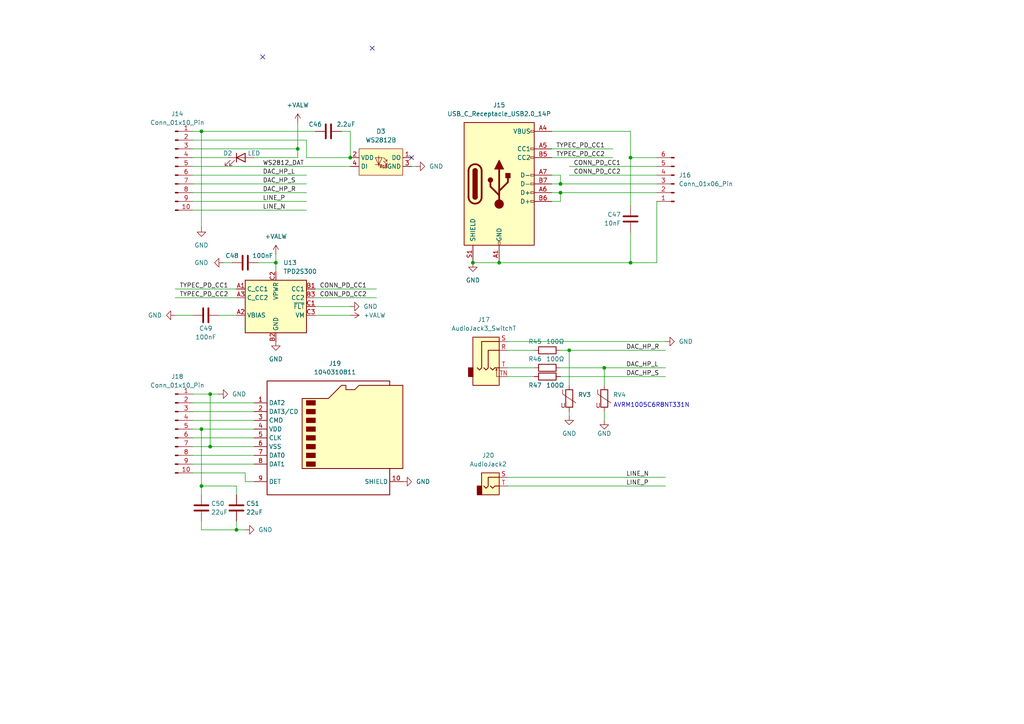
<source format=kicad_sch>
(kicad_sch (version 20250114) (generator "eeschema") (generator_version "9.0")
  (paper "A4")
  (lib_symbols
    (symbol "Connector:Conn_01x06_Pin" (pin_names (offset 1.016) (hide yes))
      (property "Reference" "J" (at 0 7.62 0))
      (property "Value" "Conn_01x06_Pin" (at 0 -10.16 0))
      (symbol "Conn_01x06_Pin_1_1"
        (rectangle (start 0.8636 5.207) (end 0 4.953) (stroke (width 0.1524)) (fill (type outline)))
        (rectangle (start 0.8636 2.667) (end 0 2.413) (stroke (width 0.1524)) (fill (type outline)))
        (rectangle (start 0.8636 0.127) (end 0 -0.127) (stroke (width 0.1524)) (fill (type outline)))
        (rectangle (start 0.8636 -2.413) (end 0 -2.667) (stroke (width 0.1524)) (fill (type outline)))
        (rectangle (start 0.8636 -4.953) (end 0 -5.207) (stroke (width 0.1524)) (fill (type outline)))
        (rectangle (start 0.8636 -7.493) (end 0 -7.747) (stroke (width 0.1524)) (fill (type outline)))
        (polyline (pts (xy 1.27 5.08) (xy 0.8636 5.08)) (stroke (width 0.1524)))
        (polyline (pts (xy 1.27 2.54) (xy 0.8636 2.54)) (stroke (width 0.1524)))
        (polyline (pts (xy 1.27 0) (xy 0.8636 0)) (stroke (width 0.1524)))
        (polyline (pts (xy 1.27 -2.54) (xy 0.8636 -2.54)) (stroke (width 0.1524)))
        (polyline (pts (xy 1.27 -5.08) (xy 0.8636 -5.08)) (stroke (width 0.1524)))
        (polyline (pts (xy 1.27 -7.62) (xy 0.8636 -7.62)) (stroke (width 0.1524)))
        (pin passive line (at 5.08 5.08 180) (length 3.81) (name "Pin_1") (number "1"))
        (pin passive line (at 5.08 2.54 180) (length 3.81) (name "Pin_2") (number "2"))
        (pin passive line (at 5.08 0 180) (length 3.81) (name "Pin_3") (number "3"))
        (pin passive line (at 5.08 -2.54 180) (length 3.81) (name "Pin_4") (number "4"))
        (pin passive line (at 5.08 -5.08 180) (length 3.81) (name "Pin_5") (number "5"))
        (pin passive line (at 5.08 -7.62 180) (length 3.81) (name "Pin_6") (number "6"))
      )
    )
    (symbol "Connector:Conn_01x10_Pin" (pin_names (offset 1.016) (hide yes))
      (property "Reference" "J" (at 0 12.7 0))
      (property "Value" "Conn_01x10_Pin" (at 0 -15.24 0))
      (symbol "Conn_01x10_Pin_1_1"
        (rectangle (start 0.8636 10.287) (end 0 10.033) (stroke (width 0.1524)) (fill (type outline)))
        (rectangle (start 0.8636 7.747) (end 0 7.493) (stroke (width 0.1524)) (fill (type outline)))
        (rectangle (start 0.8636 5.207) (end 0 4.953) (stroke (width 0.1524)) (fill (type outline)))
        (rectangle (start 0.8636 2.667) (end 0 2.413) (stroke (width 0.1524)) (fill (type outline)))
        (rectangle (start 0.8636 0.127) (end 0 -0.127) (stroke (width 0.1524)) (fill (type outline)))
        (rectangle (start 0.8636 -2.413) (end 0 -2.667) (stroke (width 0.1524)) (fill (type outline)))
        (rectangle (start 0.8636 -4.953) (end 0 -5.207) (stroke (width 0.1524)) (fill (type outline)))
        (rectangle (start 0.8636 -7.493) (end 0 -7.747) (stroke (width 0.1524)) (fill (type outline)))
        (rectangle (start 0.8636 -10.033) (end 0 -10.287) (stroke (width 0.1524)) (fill (type outline)))
        (rectangle (start 0.8636 -12.573) (end 0 -12.827) (stroke (width 0.1524)) (fill (type outline)))
        (polyline (pts (xy 1.27 10.16) (xy 0.8636 10.16)) (stroke (width 0.1524)))
        (polyline (pts (xy 1.27 7.62) (xy 0.8636 7.62)) (stroke (width 0.1524)))
        (polyline (pts (xy 1.27 5.08) (xy 0.8636 5.08)) (stroke (width 0.1524)))
        (polyline (pts (xy 1.27 2.54) (xy 0.8636 2.54)) (stroke (width 0.1524)))
        (polyline (pts (xy 1.27 0) (xy 0.8636 0)) (stroke (width 0.1524)))
        (polyline (pts (xy 1.27 -2.54) (xy 0.8636 -2.54)) (stroke (width 0.1524)))
        (polyline (pts (xy 1.27 -5.08) (xy 0.8636 -5.08)) (stroke (width 0.1524)))
        (polyline (pts (xy 1.27 -7.62) (xy 0.8636 -7.62)) (stroke (width 0.1524)))
        (polyline (pts (xy 1.27 -10.16) (xy 0.8636 -10.16)) (stroke (width 0.1524)))
        (polyline (pts (xy 1.27 -12.7) (xy 0.8636 -12.7)) (stroke (width 0.1524)))
        (pin passive line (at 5.08 10.16 180) (length 3.81) (name "Pin_1") (number "1"))
        (pin passive line (at 5.08 7.62 180) (length 3.81) (name "Pin_2") (number "2"))
        (pin passive line (at 5.08 5.08 180) (length 3.81) (name "Pin_3") (number "3"))
        (pin passive line (at 5.08 2.54 180) (length 3.81) (name "Pin_4") (number "4"))
        (pin passive line (at 5.08 0 180) (length 3.81) (name "Pin_5") (number "5"))
        (pin passive line (at 5.08 -2.54 180) (length 3.81) (name "Pin_6") (number "6"))
        (pin passive line (at 5.08 -5.08 180) (length 3.81) (name "Pin_7") (number "7"))
        (pin passive line (at 5.08 -7.62 180) (length 3.81) (name "Pin_8") (number "8"))
        (pin passive line (at 5.08 -10.16 180) (length 3.81) (name "Pin_9") (number "9"))
        (pin passive line (at 5.08 -12.7 180) (length 3.81) (name "Pin_10") (number "10"))
      )
    )
    (symbol "Connector:Micro_SD_Card_Det1"
      (property "Reference" "J" (at -16.51 17.78 0))
      (property "Value" "Micro_SD_Card_Det1" (at 16.51 17.78 0))
      (symbol "Micro_SD_Card_Det1_0_1"
        (polyline (pts (xy -8.89 -8.89) (xy -8.89 11.43) (xy -1.27 11.43) (xy 2.54 15.24) (xy 3.81 15.24) (xy 3.81 13.97) (xy 6.35 13.97) (xy 7.62 15.24) (xy 20.32 15.24) (xy 20.32 -8.89) (xy -8.89 -8.89)) (stroke (width 0.254)) (fill (type background)))
        (rectangle (start -7.62 10.795) (end -5.08 9.525) (stroke (width 0.254)) (fill (type outline)))
        (rectangle (start -7.62 8.255) (end -5.08 6.985) (stroke (width 0.254)) (fill (type outline)))
        (rectangle (start -7.62 5.715) (end -5.08 4.445) (stroke (width 0.254)) (fill (type outline)))
        (rectangle (start -7.62 3.175) (end -5.08 1.905) (stroke (width 0.254)) (fill (type outline)))
        (rectangle (start -7.62 0.635) (end -5.08 -0.635) (stroke (width 0.254)) (fill (type outline)))
        (rectangle (start -7.62 -1.905) (end -5.08 -3.175) (stroke (width 0.254)) (fill (type outline)))
        (rectangle (start -7.62 -4.445) (end -5.08 -5.715) (stroke (width 0.254)) (fill (type outline)))
        (rectangle (start -7.62 -6.985) (end -5.08 -8.255) (stroke (width 0.254)) (fill (type outline)))
        (polyline (pts (xy 16.51 15.24) (xy 16.51 16.51) (xy -19.05 16.51) (xy -19.05 -16.51) (xy 16.51 -16.51) (xy 16.51 -8.89)) (stroke (width 0.254)))
      )
      (symbol "Micro_SD_Card_Det1_1_1"
        (pin bidirectional line (at -22.86 10.16 0) (length 3.81) (name "DAT2") (number "1"))
        (pin bidirectional line (at -22.86 7.62 0) (length 3.81) (name "DAT3/CD") (number "2"))
        (pin input line (at -22.86 5.08 0) (length 3.81) (name "CMD") (number "3"))
        (pin power_in line (at -22.86 2.54 0) (length 3.81) (name "VDD") (number "4"))
        (pin input line (at -22.86 0 0) (length 3.81) (name "CLK") (number "5"))
        (pin power_in line (at -22.86 -2.54 0) (length 3.81) (name "VSS") (number "6"))
        (pin bidirectional line (at -22.86 -5.08 0) (length 3.81) (name "DAT0") (number "7"))
        (pin bidirectional line (at -22.86 -7.62 0) (length 3.81) (name "DAT1") (number "8"))
        (pin passive line (at -22.86 -12.7 0) (length 3.81) (name "DET") (number "9"))
        (pin passive line (at 20.32 -12.7 180) (length 3.81) (name "SHIELD") (number "10"))
      )
    )
    (symbol "Connector:USB_C_Receptacle_USB2.0_14P" (pin_names (offset 1.016))
      (property "Reference" "J" (at 0 22.225 0))
      (property "Value" "USB_C_Receptacle_USB2.0_14P" (at 0 19.685 0))
      (symbol "USB_C_Receptacle_USB2.0_14P_0_0"
        (rectangle (start -0.254 -17.78) (end 0.254 -16.764))
        (rectangle (start 10.16 15.494) (end 9.144 14.986))
        (rectangle (start 10.16 10.414) (end 9.144 9.906))
        (rectangle (start 10.16 7.874) (end 9.144 7.366))
        (rectangle (start 10.16 2.794) (end 9.144 2.286))
        (rectangle (start 10.16 0.254) (end 9.144 -0.254))
        (rectangle (start 10.16 -2.286) (end 9.144 -2.794))
        (rectangle (start 10.16 -4.826) (end 9.144 -5.334))
      )
      (symbol "USB_C_Receptacle_USB2.0_14P_0_1"
        (rectangle (start -10.16 17.78) (end 10.16 -17.78) (stroke (width 0.254)) (fill (type background)))
        (polyline (pts (xy -8.89 -3.81) (xy -8.89 3.81)) (stroke (width 0.508)))
        (rectangle (start -7.62 -3.81) (end -6.35 3.81) (stroke (width 0.254)) (fill (type outline)))
        (arc (start -7.62 3.81) (mid -6.985 4.4423) (end -6.35 3.81) (stroke (width 0.254)))
        (arc (start -7.62 3.81) (mid -6.985 4.4423) (end -6.35 3.81) (stroke (width 0.254)) (fill (type outline)))
        (arc (start -8.89 3.81) (mid -6.985 5.7067) (end -5.08 3.81) (stroke (width 0.508)))
        (arc (start -5.08 -3.81) (mid -6.985 -5.7067) (end -8.89 -3.81) (stroke (width 0.508)))
        (arc (start -6.35 -3.81) (mid -6.985 -4.4423) (end -7.62 -3.81) (stroke (width 0.254)))
        (arc (start -6.35 -3.81) (mid -6.985 -4.4423) (end -7.62 -3.81) (stroke (width 0.254)) (fill (type outline)))
        (polyline (pts (xy -5.08 3.81) (xy -5.08 -3.81)) (stroke (width 0.508)))
        (circle (center -2.54 1.143) (radius 0.635) (stroke (width 0.254)) (fill (type outline)))
        (polyline (pts (xy -1.27 4.318) (xy 0 6.858) (xy 1.27 4.318) (xy -1.27 4.318)) (stroke (width 0.254)) (fill (type outline)))
        (polyline (pts (xy 0 -2.032) (xy 2.54 0.508) (xy 2.54 1.778)) (stroke (width 0.508)))
        (polyline (pts (xy 0 -3.302) (xy -2.54 -0.762) (xy -2.54 0.508)) (stroke (width 0.508)))
        (polyline (pts (xy 0 -5.842) (xy 0 4.318)) (stroke (width 0.508)))
        (circle (center 0 -5.842) (radius 1.27) (fill (type outline)))
        (rectangle (start 1.905 1.778) (end 3.175 3.048) (stroke (width 0.254)) (fill (type outline)))
      )
      (symbol "USB_C_Receptacle_USB2.0_14P_1_1"
        (pin passive line (at -7.62 -22.86 90) (length 5.08) (name "SHIELD") (number "S1"))
        (pin passive line (at 0 -22.86 90) (length 5.08) (name "GND") (number "A1"))
        (pin passive line (at 0 -22.86 90) (length 5.08) (hide yes) (name "GND") (number "A12"))
        (pin passive line (at 0 -22.86 90) (length 5.08) (hide yes) (name "GND") (number "B1"))
        (pin passive line (at 0 -22.86 90) (length 5.08) (hide yes) (name "GND") (number "B12"))
        (pin passive line (at 15.24 15.24 180) (length 5.08) (name "VBUS") (number "A4"))
        (pin passive line (at 15.24 15.24 180) (length 5.08) (hide yes) (name "VBUS") (number "A9"))
        (pin passive line (at 15.24 15.24 180) (length 5.08) (hide yes) (name "VBUS") (number "B4"))
        (pin passive line (at 15.24 15.24 180) (length 5.08) (hide yes) (name "VBUS") (number "B9"))
        (pin bidirectional line (at 15.24 10.16 180) (length 5.08) (name "CC1") (number "A5"))
        (pin bidirectional line (at 15.24 7.62 180) (length 5.08) (name "CC2") (number "B5"))
        (pin bidirectional line (at 15.24 2.54 180) (length 5.08) (name "D-") (number "A7"))
        (pin bidirectional line (at 15.24 0 180) (length 5.08) (name "D-") (number "B7"))
        (pin bidirectional line (at 15.24 -2.54 180) (length 5.08) (name "D+") (number "A6"))
        (pin bidirectional line (at 15.24 -5.08 180) (length 5.08) (name "D+") (number "B6"))
      )
    )
    (symbol "Connector_Audio:AudioJack2"
      (property "Reference" "J" (at 0 8.89 0))
      (property "Value" "AudioJack2" (at 0 6.35 0))
      (symbol "AudioJack2_0_1"
        (rectangle (start -3.81 0) (end -2.54 -2.54) (stroke (width 0.254)) (fill (type outline)))
        (rectangle (start -2.54 3.81) (end 2.54 -2.54) (stroke (width 0.254)) (fill (type background)))
        (polyline (pts (xy 0 0) (xy 0.635 -0.635) (xy 1.27 0) (xy 2.54 0)) (stroke (width 0.254)))
        (polyline (pts (xy 2.54 2.54) (xy -0.635 2.54) (xy -0.635 0) (xy -1.27 -0.635) (xy -1.905 0)) (stroke (width 0.254)))
      )
      (symbol "AudioJack2_1_1"
        (pin passive line (at 5.08 2.54 180) (length 2.54) (name "~") (number "S"))
        (pin passive line (at 5.08 0 180) (length 2.54) (name "~") (number "T"))
      )
    )
    (symbol "Connector_Audio:AudioJack3_SwitchT"
      (property "Reference" "J" (at 0 8.89 0))
      (property "Value" "AudioJack3_SwitchT" (at 0 6.35 0))
      (symbol "AudioJack3_SwitchT_0_1"
        (rectangle (start -5.08 -5.08) (end -6.35 -7.62) (stroke (width 0.254)) (fill (type outline)))
        (polyline (pts (xy -1.905 -5.08) (xy -1.27 -5.715) (xy -0.635 -5.08) (xy -0.635 0) (xy 2.54 0)) (stroke (width 0.254)))
        (polyline (pts (xy 0 -5.08) (xy 0.635 -5.715) (xy 1.27 -5.08) (xy 2.54 -5.08)) (stroke (width 0.254)))
        (polyline (pts (xy 1.778 -5.334) (xy 2.032 -5.842)))
        (rectangle (start 2.54 3.81) (end -5.08 -10.16) (stroke (width 0.254)) (fill (type background)))
        (polyline (pts (xy 2.54 2.54) (xy -2.54 2.54) (xy -2.54 -5.08) (xy -3.175 -5.715) (xy -3.81 -5.08)) (stroke (width 0.254)))
        (polyline (pts (xy 2.54 -7.62) (xy 1.778 -7.62) (xy 1.778 -5.334) (xy 1.524 -5.842)))
      )
      (symbol "AudioJack3_SwitchT_1_1"
        (pin passive line (at 5.08 2.54 180) (length 2.54) (name "~") (number "S"))
        (pin passive line (at 5.08 0 180) (length 2.54) (name "~") (number "R"))
        (pin passive line (at 5.08 -5.08 180) (length 2.54) (name "~") (number "T"))
        (pin passive line (at 5.08 -7.62 180) (length 2.54) (name "~") (number "TN"))
      )
    )
    (symbol "Device:C" (pin_numbers (hide yes)) (pin_names (offset 0.254))
      (property "Reference" "C" (at 0.635 2.54 0))
      (property "Value" "C" (at 0.635 -2.54 0))
      (symbol "C_0_1"
        (polyline (pts (xy -2.032 0.762) (xy 2.032 0.762)) (stroke (width 0.508)))
        (polyline (pts (xy -2.032 -0.762) (xy 2.032 -0.762)) (stroke (width 0.508)))
      )
      (symbol "C_1_1"
        (pin passive line (at 0 3.81 270) (length 2.794) (name "~") (number "1"))
        (pin passive line (at 0 -3.81 90) (length 2.794) (name "~") (number "2"))
      )
    )
    (symbol "Device:LED" (pin_numbers (hide yes)) (pin_names (offset 1.016) (hide yes))
      (property "Reference" "D" (at 0 2.54 0))
      (property "Value" "LED" (at 0 -2.54 0))
      (symbol "LED_0_1"
        (polyline (pts (xy -3.048 -0.762) (xy -4.572 -2.286) (xy -3.81 -2.286) (xy -4.572 -2.286) (xy -4.572 -1.524)))
        (polyline (pts (xy -1.778 -0.762) (xy -3.302 -2.286) (xy -2.54 -2.286) (xy -3.302 -2.286) (xy -3.302 -1.524)))
        (polyline (pts (xy -1.27 0) (xy 1.27 0)))
        (polyline (pts (xy -1.27 -1.27) (xy -1.27 1.27)) (stroke (width 0.254)))
        (polyline (pts (xy 1.27 -1.27) (xy 1.27 1.27) (xy -1.27 0) (xy 1.27 -1.27)) (stroke (width 0.254)))
      )
      (symbol "LED_1_1"
        (pin passive line (at -3.81 0 0) (length 2.54) (name "K") (number "1"))
        (pin passive line (at 3.81 0 180) (length 2.54) (name "A") (number "2"))
      )
    )
    (symbol "Device:R" (pin_numbers (hide yes)) (pin_names (offset 0))
      (property "Reference" "R" (at 2.032 0 90))
      (property "Value" "R" (at 0 0 90))
      (symbol "R_0_1"
        (rectangle (start -1.016 -2.54) (end 1.016 2.54) (stroke (width 0.254)))
      )
      (symbol "R_1_1"
        (pin passive line (at 0 3.81 270) (length 1.27) (name "~") (number "1"))
        (pin passive line (at 0 -3.81 90) (length 1.27) (name "~") (number "2"))
      )
    )
    (symbol "Device:Varistor" (pin_numbers (hide yes)) (pin_names (offset 0))
      (property "Reference" "RV" (at 3.175 0 90))
      (property "Value" "Varistor" (at -3.175 0 90))
      (symbol "Varistor_0_0"
        (text "U" (at -1.778 -2.032 0) (effects (font (size 1.27 1.27))))
      )
      (symbol "Varistor_0_1"
        (polyline (pts (xy -1.905 2.54) (xy -1.905 1.27) (xy 1.905 -1.27)))
        (rectangle (start -1.016 -2.54) (end 1.016 2.54) (stroke (width 0.254)))
      )
      (symbol "Varistor_1_1"
        (pin passive line (at 0 3.81 270) (length 1.27) (name "~") (number "1"))
        (pin passive line (at 0 -3.81 90) (length 1.27) (name "~") (number "2"))
      )
    )
    (symbol "User:TPD2S300"
      (property "Reference" "U" (at -8.89 8.89 0))
      (property "Value" "TPD2S300" (at -8.89 6.35 0))
      (symbol "TPD2S300_0_1"
        (rectangle (start -8.89 5.08) (end 8.89 -10.16) (stroke (width 0.254)) (fill (type background)))
      )
      (symbol "TPD2S300_1_1"
        (pin input line (at -11.43 2.54 0) (length 2.54) (name "C_CC1") (number "A1"))
        (pin input line (at -11.43 0 0) (length 2.54) (name "C_CC2") (number "A3"))
        (pin passive line (at -11.43 -5.08 0) (length 2.54) (name "VBIAS") (number "A2"))
        (pin power_in line (at 0 7.62 270) (length 2.54) (name "VPWR") (number "C2"))
        (pin power_in line (at 0 -12.7 90) (length 2.54) (name "GND") (number "B2"))
        (pin output line (at 11.43 2.54 180) (length 2.54) (name "CC1") (number "B1"))
        (pin output line (at 11.43 0 180) (length 2.54) (name "CC2") (number "B3"))
        (pin open_collector line (at 11.43 -2.54 180) (length 2.54) (name "~{FLT}") (number "C1"))
        (pin input line (at 11.43 -5.08 180) (length 2.54) (name "VM") (number "C3"))
      )
    )
    (symbol "User:WS2812B"
      (property "Reference" "D" (at 0 8.89 0))
      (property "Value" "WS2812B" (at 0 6.35 0))
      (symbol "WS2812B_0_0"
        (text "RGB" (at -0.762 -1.397 0) (effects (font (size 0.762 0.762))))
      )
      (symbol "WS2812B_0_1"
        (polyline (pts (xy -1.778 0.254) (xy -1.27 0.254)))
        (polyline (pts (xy -1.778 -0.762) (xy -1.27 -0.762)))
        (polyline (pts (xy -0.762 1.27) (xy -1.778 0.254) (xy -1.778 0.762)))
        (polyline (pts (xy -0.762 0.254) (xy -1.778 -0.762) (xy -1.778 -0.254)))
        (polyline (pts (xy 0.635 1.778) (xy 0.635 -0.762) (xy 0.635 -1.27)))
        (polyline (pts (xy 1.651 1.27) (xy -0.381 1.27) (xy 0.635 -0.762) (xy 1.651 1.27)))
        (polyline (pts (xy 1.651 -0.762) (xy -0.381 -0.762)))
      )
      (symbol "WS2812B_1_0"
        (rectangle (start -6.35 3.81) (end 6.35 -3.81) (fill (type background)))
        (pin output line (at -8.89 1.27 0) (length 2.54) (name "DO") (number "1"))
        (pin power_in line (at -8.89 -1.27 0) (length 2.54) (name "GND") (number "3"))
        (pin power_in line (at 8.89 1.27 180) (length 2.54) (name "VDD") (number "2"))
        (pin input line (at 8.89 -1.27 180) (length 2.54) (name "DI") (number "4"))
      )
    )
    (symbol "power:+3V3" (power) (pin_numbers (hide yes)) (pin_names (offset 0) (hide yes))
      (property "Value" "+3V3" (at 0 3.556 0))
      (symbol "+3V3_0_1"
        (polyline (pts (xy -0.762 1.27) (xy 0 2.54)))
        (polyline (pts (xy 0 2.54) (xy 0.762 1.27)))
        (polyline (pts (xy 0 0) (xy 0 2.54)))
      )
      (symbol "+3V3_1_1"
        (pin power_in line (at 0 0 90) (length 0) (name "~") (number "1"))
      )
    )
    (symbol "power:GND" (power) (pin_numbers (hide yes)) (pin_names (offset 0) (hide yes))
      (property "Value" "GND" (at 0 -3.81 0))
      (symbol "GND_0_1"
        (polyline (pts (xy 0 0) (xy 0 -1.27) (xy 1.27 -1.27) (xy 0 -2.54) (xy -1.27 -1.27) (xy 0 -1.27)))
      )
      (symbol "GND_1_1"
        (pin power_in line (at 0 0 270) (length 0) (name "~") (number "1"))
      )
    )
  )
  (text "AVRM1005C6R8NT331N" (at 188.976 117.602 0) (effects (font (size 1.27 1.27))))
  (junction (at 58.42 140.97))
  (junction (at 165.1 101.6))
  (junction (at 86.36 43.18))
  (junction (at 58.42 38.1))
  (junction (at 175.26 106.68))
  (junction (at 144.78 76.2))
  (junction (at 182.88 45.72))
  (junction (at 80.01 76.2))
  (junction (at 182.88 76.2))
  (junction (at 162.56 53.34))
  (junction (at 101.6 45.72))
  (junction (at 60.96 114.3))
  (junction (at 60.96 129.54))
  (junction (at 58.42 124.46))
  (junction (at 137.16 76.2))
  (junction (at 68.58 153.67))
  (junction (at 162.56 55.88))
  (no_connect (at 107.95 13.97))
  (no_connect (at 119.38 45.72))
  (no_connect (at 76.2 16.51))
  (wire (pts (xy 182.88 38.1) (xy 182.88 45.72)))
  (wire (pts (xy 64.77 76.2) (xy 67.31 76.2)))
  (wire (pts (xy 55.88 58.42) (xy 88.9 58.42)))
  (wire (pts (xy 86.36 35.56) (xy 86.36 43.18)))
  (wire (pts (xy 60.96 114.3) (xy 63.5 114.3)))
  (wire (pts (xy 182.88 67.31) (xy 182.88 76.2)))
  (wire (pts (xy 160.02 50.8) (xy 162.56 50.8)))
  (wire (pts (xy 55.88 114.3) (xy 60.96 114.3)))
  (wire (pts (xy 55.88 38.1) (xy 58.42 38.1)))
  (wire (pts (xy 68.58 153.67) (xy 58.42 153.67)))
  (wire (pts (xy 55.88 121.92) (xy 73.66 121.92)))
  (wire (pts (xy 147.32 101.6) (xy 154.94 101.6)))
  (wire (pts (xy 162.56 50.8) (xy 162.56 53.34)))
  (wire (pts (xy 55.88 40.64) (xy 88.9 40.64)))
  (wire (pts (xy 101.6 38.1) (xy 101.6 45.72)))
  (wire (pts (xy 50.8 86.36) (xy 68.58 86.36)))
  (wire (pts (xy 55.88 55.88) (xy 88.9 55.88)))
  (wire (pts (xy 147.32 106.68) (xy 154.94 106.68)))
  (wire (pts (xy 91.44 86.36) (xy 109.22 86.36)))
  (wire (pts (xy 144.78 76.2) (xy 137.16 76.2)))
  (wire (pts (xy 162.56 101.6) (xy 165.1 101.6)))
  (wire (pts (xy 55.88 50.8) (xy 88.9 50.8)))
  (wire (pts (xy 55.88 43.18) (xy 86.36 43.18)))
  (wire (pts (xy 80.01 73.66) (xy 80.01 76.2)))
  (wire (pts (xy 58.42 38.1) (xy 58.42 66.04)))
  (wire (pts (xy 68.58 143.51) (xy 68.58 140.97)))
  (wire (pts (xy 50.8 91.44) (xy 55.88 91.44)))
  (wire (pts (xy 88.9 45.72) (xy 101.6 45.72)))
  (wire (pts (xy 160.02 45.72) (xy 177.8 45.72)))
  (wire (pts (xy 55.88 124.46) (xy 58.42 124.46)))
  (wire (pts (xy 68.58 140.97) (xy 58.42 140.97)))
  (wire (pts (xy 160.02 55.88) (xy 162.56 55.88)))
  (wire (pts (xy 55.88 137.16) (xy 71.12 137.16)))
  (wire (pts (xy 55.88 119.38) (xy 73.66 119.38)))
  (wire (pts (xy 182.88 45.72) (xy 182.88 59.69)))
  (wire (pts (xy 162.56 53.34) (xy 190.5 53.34)))
  (wire (pts (xy 165.1 48.26) (xy 190.5 48.26)))
  (wire (pts (xy 88.9 40.64) (xy 88.9 45.72)))
  (wire (pts (xy 63.5 91.44) (xy 68.58 91.44)))
  (wire (pts (xy 58.42 153.67) (xy 58.42 151.13)))
  (wire (pts (xy 68.58 151.13) (xy 68.58 153.67)))
  (wire (pts (xy 182.88 76.2) (xy 190.5 76.2)))
  (wire (pts (xy 165.1 120.65) (xy 165.1 119.38)))
  (wire (pts (xy 175.26 121.92) (xy 175.26 119.38)))
  (wire (pts (xy 165.1 50.8) (xy 190.5 50.8)))
  (wire (pts (xy 165.1 101.6) (xy 165.1 111.76)))
  (wire (pts (xy 68.58 153.67) (xy 71.12 153.67)))
  (wire (pts (xy 162.56 106.68) (xy 175.26 106.68)))
  (wire (pts (xy 60.96 129.54) (xy 73.66 129.54)))
  (wire (pts (xy 119.38 48.26) (xy 120.65 48.26)))
  (wire (pts (xy 73.66 45.72) (xy 86.36 45.72)))
  (wire (pts (xy 58.42 38.1) (xy 91.44 38.1)))
  (wire (pts (xy 91.44 88.9) (xy 101.6 88.9)))
  (wire (pts (xy 160.02 43.18) (xy 177.8 43.18)))
  (wire (pts (xy 58.42 140.97) (xy 58.42 124.46)))
  (wire (pts (xy 144.78 76.2) (xy 182.88 76.2)))
  (wire (pts (xy 55.88 116.84) (xy 73.66 116.84)))
  (wire (pts (xy 55.88 132.08) (xy 73.66 132.08)))
  (wire (pts (xy 71.12 139.7) (xy 73.66 139.7)))
  (wire (pts (xy 190.5 58.42) (xy 190.5 76.2)))
  (wire (pts (xy 162.56 109.22) (xy 193.04 109.22)))
  (wire (pts (xy 99.06 38.1) (xy 101.6 38.1)))
  (wire (pts (xy 147.32 140.97) (xy 193.04 140.97)))
  (wire (pts (xy 74.93 76.2) (xy 80.01 76.2)))
  (wire (pts (xy 147.32 99.06) (xy 193.04 99.06)))
  (wire (pts (xy 160.02 53.34) (xy 162.56 53.34)))
  (wire (pts (xy 58.42 140.97) (xy 58.42 143.51)))
  (wire (pts (xy 91.44 83.82) (xy 109.22 83.82)))
  (wire (pts (xy 175.26 106.68) (xy 175.26 111.76)))
  (wire (pts (xy 55.88 60.96) (xy 88.9 60.96)))
  (wire (pts (xy 60.96 114.3) (xy 60.96 129.54)))
  (wire (pts (xy 80.01 76.2) (xy 80.01 78.74)))
  (wire (pts (xy 160.02 38.1) (xy 182.88 38.1)))
  (wire (pts (xy 71.12 137.16) (xy 71.12 139.7)))
  (wire (pts (xy 147.32 109.22) (xy 154.94 109.22)))
  (wire (pts (xy 182.88 45.72) (xy 190.5 45.72)))
  (wire (pts (xy 58.42 124.46) (xy 73.66 124.46)))
  (wire (pts (xy 55.88 134.62) (xy 73.66 134.62)))
  (wire (pts (xy 55.88 127) (xy 73.66 127)))
  (wire (pts (xy 147.32 138.43) (xy 193.04 138.43)))
  (wire (pts (xy 55.88 48.26) (xy 101.6 48.26)))
  (wire (pts (xy 91.44 91.44) (xy 101.6 91.44)))
  (wire (pts (xy 162.56 55.88) (xy 190.5 55.88)))
  (wire (pts (xy 162.56 55.88) (xy 162.56 58.42)))
  (wire (pts (xy 55.88 129.54) (xy 60.96 129.54)))
  (wire (pts (xy 55.88 45.72) (xy 66.04 45.72)))
  (wire (pts (xy 175.26 106.68) (xy 193.04 106.68)))
  (wire (pts (xy 50.8 83.82) (xy 68.58 83.82)))
  (wire (pts (xy 55.88 53.34) (xy 88.9 53.34)))
  (wire (pts (xy 86.36 43.18) (xy 86.36 45.72)))
  (wire (pts (xy 162.56 58.42) (xy 160.02 58.42)))
  (wire (pts (xy 165.1 101.6) (xy 193.04 101.6)))
  (label "DAC_HP_S" (at 76.2 53.34 0))
  (label "CONN_PD_CC2" (at 166.37 50.8 0))
  (label "CONN_PD_CC1" (at 92.71 83.82 0))
  (label "TYPEC_PD_CC1" (at 161.29 43.18 0))
  (label "CONN_PD_CC1" (at 166.37 48.26 0))
  (label "DAC_HP_R" (at 76.2 55.88 0))
  (label "TYPEC_PD_CC1" (at 52.07 83.82 0))
  (label "CONN_PD_CC2" (at 92.71 86.36 0))
  (label "TYPEC_PD_CC2" (at 52.07 86.36 0))
  (label "WS2812_DAT" (at 76.2 48.26 0))
  (label "LINE_P" (at 76.2 58.42 0))
  (label "DAC_HP_R" (at 181.61 101.6 0))
  (label "LINE_N" (at 76.2 60.96 0))
  (label "LINE_P" (at 181.61 140.97 0))
  (label "DAC_HP_L" (at 76.2 50.8 0))
  (label "DAC_HP_L" (at 181.61 106.68 0))
  (label "DAC_HP_S" (at 181.61 109.22 0))
  (label "LINE_N" (at 181.61 138.43 0))
  (label "TYPEC_PD_CC2" (at 161.29 45.72 0))
  (symbol (lib_id "power:+3V3") (at 86.36 35.56 0) (unit 1)
    (property "Reference" "#PWR0143" (effects (hide yes)))
    (property "Value" "+VALW" (at 86.36 30.48 0))
    (property "Description" "Power symbol creates a global label with name \"+3V3\"" (effects (hide yes)))
  )
  (symbol (lib_id "Connector:Micro_SD_Card_Det1") (at 96.52 127 0) (unit 1)
    (property "Reference" "J19" (at 97.155 105.41 0))
    (property "Value" "1040310811" (at 97.155 107.95 0))
    (property "Footprint" "Connector_Card:microSD_HC_Molex_104031-0811" (effects (hide yes)))
    (property "Datasheet" "https://datasheet.lcsc.com/lcsc/2110151630_XKB-Connectivity-XKTF-015-N_C381082.pdf" (effects (hide yes)))
    (property "Description" "Micro SD Card Socket with one card detection pin" (effects (hide yes)))
  )
  (symbol (lib_id "User:WS2812B") (at 110.49 46.99 0) (mirror y) (unit 1)
    (property "Reference" "D3" (at 110.49 38.1 0))
    (property "Value" "WS2812B" (at 110.49 40.64 0))
    (property "Footprint" "User:LED_WS2812B-1615_SMD-4P_1.6x1.5mm" (effects (hide yes)))
    (property "Datasheet" "https://cdn-shop.adafruit.com/datasheets/WS2812B.pdf" (effects (hide yes)))
    (property "Manufacturer" "XINGLIGHT(成兴光)" (effects (hide yes)))
    (property "Supplier Part" "C41413180" (effects (hide yes)))
    (property "Supplier" "LCSC" (effects (hide yes)))
    (property "LCSC Part Name" "XL-1615RGBC-WS2812B-S" (effects (hide yes)))
  )
  (symbol (lib_id "User:TPD2S300") (at 80.01 86.36 0) (unit 1)
    (property "Reference" "U13" (at 82.1533 76.2 0) (effects (justify left)))
    (property "Value" "TPD2S300" (at 82.1533 78.74 0) (effects (justify left)))
    (property "Datasheet" "https://www.ti.com/lit/ds/symlink/tpd2s300.pdf" (effects (hide yes)))
    (property "Description" "USB Type C Short-to-VBUS and IEC ESD Protector for the CC Pins" (effects (hide yes)))
  )
  (symbol (lib_id "power:GND") (at 58.42 66.04 0) (unit 1)
    (property "Reference" "#PWR0145" (effects (hide yes)))
    (property "Value" "GND" (at 58.42 71.12 0))
    (property "Description" "Power symbol creates a global label with name \"GND\" , ground" (effects (hide yes)))
  )
  (symbol (lib_id "Device:LED") (at 69.85 45.72 0) (unit 1)
    (property "Reference" "D2" (at 66.04 44.45 0))
    (property "Value" "LED" (at 73.66 44.45 0))
    (property "Footprint" "LED_SMD:LED_0603_1608Metric" (effects (hide yes)))
    (property "Description" "Light emitting diode" (effects (hide yes)))
    (property "Sim.Pins" "1=K 2=A" (effects (hide yes)))
  )
  (symbol (lib_id "power:GND") (at 116.84 139.7 90) (unit 1)
    (property "Reference" "#PWR0157" (effects (hide yes)))
    (property "Value" "GND" (at 120.65 139.6999 90) (effects (justify right)))
    (property "Description" "Power symbol creates a global label with name \"GND\" , ground" (effects (hide yes)))
  )
  (symbol (lib_id "power:GND") (at 120.65 48.26 90) (unit 1)
    (property "Reference" "#PWR0144" (effects (hide yes)))
    (property "Value" "GND" (at 124.46 48.2599 90) (effects (justify right)))
    (property "Description" "Power symbol creates a global label with name \"GND\" , ground" (effects (hide yes)))
  )
  (symbol (lib_id "power:+3V3") (at 101.6 91.44 270) (unit 1)
    (property "Reference" "#PWR0151" (effects (hide yes)))
    (property "Value" "+VALW" (at 105.41 91.4399 90) (effects (justify left)))
    (property "Description" "Power symbol creates a global label with name \"+3V3\"" (effects (hide yes)))
  )
  (symbol (lib_id "Device:R") (at 158.75 109.22 90) (unit 1)
    (property "Reference" "R47" (at 155.194 111.76 90))
    (property "Value" "100Ω" (at 161.036 111.76 90))
    (property "Footprint" "Resistor_SMD:R_0402_1005Metric" (effects (hide yes)))
    (property "Description" "Resistor" (effects (hide yes)))
  )
  (symbol (lib_id "Connector_Audio:AudioJack3_SwitchT") (at 142.24 101.6 0) (unit 1)
    (property "Reference" "J17" (at 140.335 92.71 0))
    (property "Value" "AudioJack3_SwitchT" (at 140.335 95.25 0))
    (property "Description" "Audio Jack, 3 Poles (Stereo / TRS), Switched T Pole (Normalling)" (effects (hide yes)))
  )
  (symbol (lib_id "Connector:USB_C_Receptacle_USB2.0_14P") (at 144.78 53.34 0) (unit 1)
    (property "Reference" "J15" (at 144.78 30.48 0))
    (property "Value" "USB_C_Receptacle_USB2.0_14P" (at 144.78 33.02 0))
    (property "Datasheet" "https://www.usb.org/sites/default/files/documents/usb_type-c.zip" (effects (hide yes)))
    (property "Description" "USB 2.0-only 14P Type-C Receptacle connector" (effects (hide yes)))
  )
  (symbol (lib_id "Device:Varistor") (at 175.26 115.57 0) (unit 1)
    (property "Reference" "RV4" (at 177.8 114.4932 0) (effects (justify left)))
    (property "Value" "Varistor" (effects (hide yes)))
    (property "Footprint" "Resistor_SMD:R_0402_1005Metric" (effects (hide yes)))
    (property "Description" "Voltage dependent resistor" (effects (hide yes)))
    (property "Sim.Name" "kicad_builtin_varistor" (effects (hide yes)))
    (property "Sim.Device" "SUBCKT" (effects (hide yes)))
    (property "Sim.Pins" "1=A 2=B" (effects (hide yes)))
    (property "Sim.Params" "threshold=1k" (effects (hide yes)))
    (property "Sim.Library" "${KICAD7_SYMBOL_DIR}/Simulation_SPICE.sp" (effects (hide yes)))
  )
  (symbol (lib_id "Device:Varistor") (at 165.1 115.57 0) (unit 1)
    (property "Reference" "RV3" (at 167.64 114.4932 0) (effects (justify left)))
    (property "Value" "Varistor" (effects (hide yes)))
    (property "Footprint" "Resistor_SMD:R_0402_1005Metric" (effects (hide yes)))
    (property "Description" "Voltage dependent resistor" (effects (hide yes)))
    (property "Sim.Name" "kicad_builtin_varistor" (effects (hide yes)))
    (property "Sim.Device" "SUBCKT" (effects (hide yes)))
    (property "Sim.Pins" "1=A 2=B" (effects (hide yes)))
    (property "Sim.Params" "threshold=1k" (effects (hide yes)))
    (property "Sim.Library" "${KICAD7_SYMBOL_DIR}/Simulation_SPICE.sp" (effects (hide yes)))
  )
  (symbol (lib_id "Device:C") (at 68.58 147.32 0) (unit 1)
    (property "Reference" "C51" (at 71.374 146.05 0) (effects (justify left)))
    (property "Value" "22uF" (at 71.374 148.59 0) (effects (justify left)))
    (property "Footprint" "Capacitor_SMD:C_0603_1608Metric" (effects (hide yes)))
    (property "Description" "Unpolarized capacitor" (effects (hide yes)))
  )
  (symbol (lib_id "power:GND") (at 80.01 99.06 0) (unit 1)
    (property "Reference" "#PWR0152" (effects (hide yes)))
    (property "Value" "GND" (at 80.01 104.14 0))
    (property "Description" "Power symbol creates a global label with name \"GND\" , ground" (effects (hide yes)))
  )
  (symbol (lib_id "power:GND") (at 193.04 99.06 90) (unit 1)
    (property "Reference" "#PWR0153" (effects (hide yes)))
    (property "Value" "GND" (at 196.85 99.0599 90) (effects (justify right)))
    (property "Description" "Power symbol creates a global label with name \"GND\" , ground" (effects (hide yes)))
  )
  (symbol (lib_id "power:+3V3") (at 80.01 73.66 0) (unit 1)
    (property "Reference" "#PWR0146" (effects (hide yes)))
    (property "Value" "+VALW" (at 80.01 68.58 0))
    (property "Description" "Power symbol creates a global label with name \"+3V3\"" (effects (hide yes)))
  )
  (symbol (lib_id "power:GND") (at 101.6 88.9 90) (unit 1)
    (property "Reference" "#PWR0149" (effects (hide yes)))
    (property "Value" "GND" (at 105.41 88.8999 90) (effects (justify right)))
    (property "Description" "Power symbol creates a global label with name \"GND\" , ground" (effects (hide yes)))
  )
  (symbol (lib_id "power:GND") (at 165.1 120.65 0) (unit 1)
    (property "Reference" "#PWR0155" (effects (hide yes)))
    (property "Value" "GND" (at 165.1 125.73 0))
    (property "Description" "Power symbol creates a global label with name \"GND\" , ground" (effects (hide yes)))
  )
  (symbol (lib_id "Device:C") (at 58.42 147.32 0) (unit 1)
    (property "Reference" "C50" (at 61.214 146.05 0) (effects (justify left)))
    (property "Value" "22uF" (at 61.214 148.59 0) (effects (justify left)))
    (property "Footprint" "Capacitor_SMD:C_0603_1608Metric" (effects (hide yes)))
    (property "Description" "Unpolarized capacitor" (effects (hide yes)))
  )
  (symbol (lib_id "power:GND") (at 175.26 121.92 0) (unit 1)
    (property "Reference" "#PWR0156" (effects (hide yes)))
    (property "Value" "GND" (at 175.26 125.73 0))
    (property "Description" "Power symbol creates a global label with name \"GND\" , ground" (effects (hide yes)))
  )
  (symbol (lib_id "power:GND") (at 64.77 76.2 270) (unit 1)
    (property "Reference" "#PWR0147" (effects (hide yes)))
    (property "Value" "GND" (at 60.452 76.2 90) (effects (justify right)))
    (property "Description" "Power symbol creates a global label with name \"GND\" , ground" (effects (hide yes)))
  )
  (symbol (lib_id "Connector:Conn_01x10_Pin") (at 50.8 48.26 0) (unit 1)
    (property "Reference" "J14" (at 51.435 33.02 0))
    (property "Value" "Conn_01x10_Pin" (at 51.435 35.56 0))
    (property "Description" "Generic connector, single row, 01x10, script generated" (effects (hide yes)))
  )
  (symbol (lib_id "Device:C") (at 95.25 38.1 90) (unit 1)
    (property "Reference" "C46" (at 91.44 36.068 90))
    (property "Value" "2.2uF" (at 100.33 36.068 90))
    (property "Footprint" "Capacitor_SMD:C_0402_1005Metric" (effects (hide yes)))
    (property "Description" "Unpolarized capacitor" (effects (hide yes)))
  )
  (symbol (lib_id "Connector_Audio:AudioJack2") (at 142.24 140.97 0) (unit 1)
    (property "Reference" "J20" (at 141.605 132.08 0))
    (property "Value" "AudioJack2" (at 141.605 134.62 0))
    (property "Description" "Audio Jack, 2 Poles (Mono / TS)" (effects (hide yes)))
  )
  (symbol (lib_id "Connector:Conn_01x10_Pin") (at 50.8 124.46 0) (unit 1)
    (property "Reference" "J18" (at 51.435 109.22 0))
    (property "Value" "Conn_01x10_Pin" (at 51.435 111.76 0))
    (property "Description" "Generic connector, single row, 01x10, script generated" (effects (hide yes)))
  )
  (symbol (lib_id "power:GND") (at 137.16 76.2 0) (unit 1)
    (property "Reference" "#PWR0148" (effects (hide yes)))
    (property "Value" "GND" (at 137.16 81.28 0))
    (property "Description" "Power symbol creates a global label with name \"GND\" , ground" (effects (hide yes)))
  )
  (symbol (lib_id "Device:R") (at 158.75 106.68 90) (unit 1)
    (property "Reference" "R46" (at 155.194 104.14 90))
    (property "Value" "100Ω" (at 161.036 104.14 90))
    (property "Footprint" "Resistor_SMD:R_0402_1005Metric" (effects (hide yes)))
    (property "Description" "Resistor" (effects (hide yes)))
  )
  (symbol (lib_id "Connector:Conn_01x06_Pin") (at 195.58 53.34 180) (unit 1)
    (property "Reference" "J16" (at 196.85 50.7999 0) (effects (justify right)))
    (property "Value" "Conn_01x06_Pin" (at 196.85 53.3399 0) (effects (justify right)))
    (property "Description" "Generic connector, single row, 01x06, script generated" (effects (hide yes)))
  )
  (symbol (lib_id "power:GND") (at 50.8 91.44 270) (unit 1)
    (property "Reference" "#PWR0150" (effects (hide yes)))
    (property "Value" "GND" (at 46.99 91.4399 90) (effects (justify right)))
    (property "Description" "Power symbol creates a global label with name \"GND\" , ground" (effects (hide yes)))
  )
  (symbol (lib_id "Device:C") (at 59.69 91.44 90) (unit 1)
    (property "Reference" "C49" (at 59.69 95.25 90))
    (property "Value" "100nF" (at 59.69 97.79 90))
    (property "Footprint" "Capacitor_SMD:C_0402_1005Metric" (effects (hide yes)))
    (property "Description" "Unpolarized capacitor" (effects (hide yes)))
  )
  (symbol (lib_id "power:GND") (at 71.12 153.67 90) (unit 1)
    (property "Reference" "#PWR0158" (effects (hide yes)))
    (property "Value" "GND" (at 74.93 153.6699 90) (effects (justify right)))
    (property "Description" "Power symbol creates a global label with name \"GND\" , ground" (effects (hide yes)))
  )
  (symbol (lib_id "Device:R") (at 158.75 101.6 90) (unit 1)
    (property "Reference" "R45" (at 155.194 99.06 90))
    (property "Value" "100Ω" (at 161.036 99.06 90))
    (property "Footprint" "Resistor_SMD:R_0402_1005Metric" (effects (hide yes)))
    (property "Description" "Resistor" (effects (hide yes)))
  )
  (symbol (lib_id "power:GND") (at 63.5 114.3 90) (unit 1)
    (property "Reference" "#PWR0154" (effects (hide yes)))
    (property "Value" "GND" (at 67.31 114.2999 90) (effects (justify right)))
    (property "Description" "Power symbol creates a global label with name \"GND\" , ground" (effects (hide yes)))
  )
  (symbol (lib_id "Device:C") (at 182.88 63.5 0) (mirror y) (unit 1)
    (property "Reference" "C47" (at 180.086 62.23 0) (effects (justify left)))
    (property "Value" "10nF" (at 180.086 64.77 0) (effects (justify left)))
    (property "Footprint" "Capacitor_SMD:C_0402_1005Metric" (effects (hide yes)))
    (property "Description" "Unpolarized capacitor" (effects (hide yes)))
  )
  (symbol (lib_id "Device:C") (at 71.12 76.2 90) (unit 1)
    (property "Reference" "C48" (at 67.31 74.168 90))
    (property "Value" "100nF" (at 76.2 74.168 90))
    (property "Footprint" "Capacitor_SMD:C_0402_1005Metric" (effects (hide yes)))
    (property "Description" "Unpolarized capacitor" (effects (hide yes)))
  )
)
</source>
